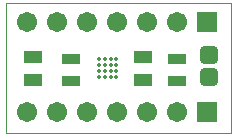
<source format=gts>
G04 Layer_Color=8388736*
%FSLAX44Y44*%
%MOMM*%
G71*
G01*
G75*
%ADD15C,0.1016*%
G04:AMPARAMS|DCode=23|XSize=1.4732mm|YSize=1.4732mm|CornerRadius=0.2604mm|HoleSize=0mm|Usage=FLASHONLY|Rotation=270.000|XOffset=0mm|YOffset=0mm|HoleType=Round|Shape=RoundedRectangle|*
%AMROUNDEDRECTD23*
21,1,1.4732,0.9525,0,0,270.0*
21,1,0.9525,1.4732,0,0,270.0*
1,1,0.5207,-0.4763,-0.4763*
1,1,0.5207,-0.4763,0.4763*
1,1,0.5207,0.4763,0.4763*
1,1,0.5207,0.4763,-0.4763*
%
%ADD23ROUNDEDRECTD23*%
%ADD24R,1.5032X0.9032*%
%ADD25R,1.5032X1.1032*%
%ADD26C,0.3532*%
%ADD27C,1.7032*%
%ADD28R,1.7032X1.7032*%
D15*
X860000Y650000D02*
X860000Y540000D01*
X860000Y650000D02*
X1050000D01*
X1050000Y650000D02*
X1050000Y650000D01*
X1050000Y540000D02*
Y650000D01*
X860000Y540000D02*
X1050000D01*
D23*
X1031860Y587265D02*
D03*
Y606315D02*
D03*
D24*
X1004550Y584099D02*
D03*
Y603099D02*
D03*
X914680Y584099D02*
D03*
Y603099D02*
D03*
D25*
X975650Y585369D02*
D03*
Y604369D02*
D03*
X882420Y604115D02*
D03*
Y585115D02*
D03*
D26*
X938280Y602690D02*
D03*
Y597690D02*
D03*
Y592690D02*
D03*
Y587690D02*
D03*
X943280Y602690D02*
D03*
Y597690D02*
D03*
Y592690D02*
D03*
Y587690D02*
D03*
X948280Y602690D02*
D03*
Y597690D02*
D03*
Y592690D02*
D03*
Y587690D02*
D03*
X953280Y602690D02*
D03*
Y597690D02*
D03*
Y592690D02*
D03*
Y587690D02*
D03*
D27*
X877860Y633730D02*
D03*
X903260D02*
D03*
X928660D02*
D03*
X954060D02*
D03*
X1004860D02*
D03*
X979460D02*
D03*
X877600Y557530D02*
D03*
X903000D02*
D03*
X928400D02*
D03*
X953800D02*
D03*
X1004600D02*
D03*
X979200D02*
D03*
D28*
X1030260Y633730D02*
D03*
X1030000Y557530D02*
D03*
M02*

</source>
